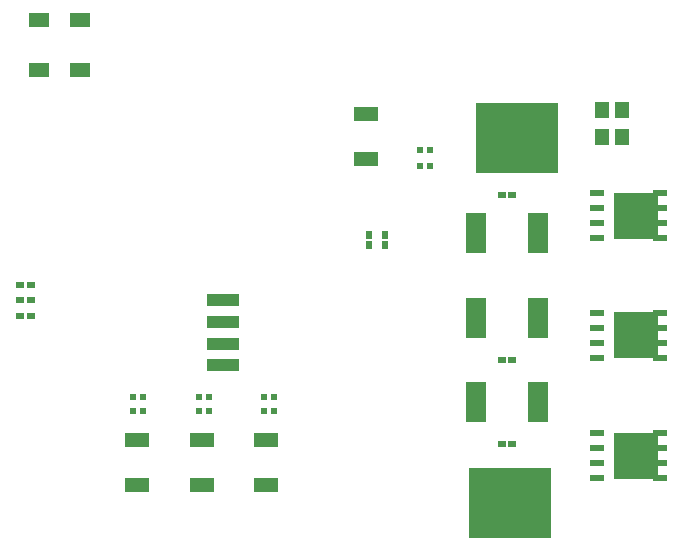
<source format=gbp>
G04 Layer_Color=128*
%FSLAX25Y25*%
%MOIN*%
G70*
G01*
G75*
%ADD11R,0.02362X0.02165*%
%ADD14R,0.04724X0.05512*%
%ADD16R,0.27559X0.23622*%
%ADD17R,0.02441X0.02598*%
%ADD18R,0.02598X0.02441*%
%ADD19R,0.08465X0.05000*%
%ADD40R,0.05000X0.02402*%
%ADD41R,0.15000X0.15394*%
%ADD52R,0.07165X0.05000*%
%ADD53R,0.07087X0.13386*%
%ADD54R,0.11024X0.04331*%
D11*
X516732Y345669D02*
D03*
X520079D02*
D03*
X520177Y340945D02*
D03*
X516831D02*
D03*
X542126D02*
D03*
X538779D02*
D03*
X538878Y345669D02*
D03*
X542224D02*
D03*
X563878Y340945D02*
D03*
X560532D02*
D03*
Y345669D02*
D03*
X563878D02*
D03*
X612500Y422835D02*
D03*
X615846D02*
D03*
Y427953D02*
D03*
X612500D02*
D03*
D14*
X679724Y432283D02*
D03*
X673032D02*
D03*
X679724Y441535D02*
D03*
X673032D02*
D03*
D16*
X642520Y310236D02*
D03*
X644882Y432087D02*
D03*
D17*
X595276Y396299D02*
D03*
Y399764D02*
D03*
X600787Y396299D02*
D03*
Y399764D02*
D03*
D18*
X482598Y382874D02*
D03*
X479134D02*
D03*
X482598Y377953D02*
D03*
X479134D02*
D03*
X482598Y372638D02*
D03*
X479134D02*
D03*
X643071Y329921D02*
D03*
X639606D02*
D03*
X643071Y357874D02*
D03*
X639606D02*
D03*
X643071Y412992D02*
D03*
X639606D02*
D03*
D19*
X594488Y425197D02*
D03*
Y440158D02*
D03*
X561024Y331496D02*
D03*
Y316535D02*
D03*
X539764Y331496D02*
D03*
Y316535D02*
D03*
X518110Y331496D02*
D03*
Y316535D02*
D03*
D40*
X671496Y398661D02*
D03*
Y413661D02*
D03*
Y403661D02*
D03*
Y408661D02*
D03*
X692520Y398661D02*
D03*
Y413661D02*
D03*
Y403661D02*
D03*
Y408661D02*
D03*
X671496Y318622D02*
D03*
Y333622D02*
D03*
Y323622D02*
D03*
Y328622D02*
D03*
X692520Y318622D02*
D03*
Y333622D02*
D03*
Y323622D02*
D03*
Y328622D02*
D03*
X671496Y358780D02*
D03*
Y373780D02*
D03*
Y363779D02*
D03*
Y368779D02*
D03*
X692520Y358780D02*
D03*
Y373780D02*
D03*
Y363779D02*
D03*
Y368779D02*
D03*
D41*
X684496Y406161D02*
D03*
Y326122D02*
D03*
Y366280D02*
D03*
D52*
X499213Y471260D02*
D03*
Y454567D02*
D03*
X485433Y471260D02*
D03*
Y454567D02*
D03*
D53*
X631102Y372047D02*
D03*
X651575D02*
D03*
X631102Y344094D02*
D03*
X651575D02*
D03*
X631102Y400394D02*
D03*
X651575D02*
D03*
D54*
X546850Y363517D02*
D03*
Y356299D02*
D03*
Y370735D02*
D03*
Y377953D02*
D03*
M02*

</source>
